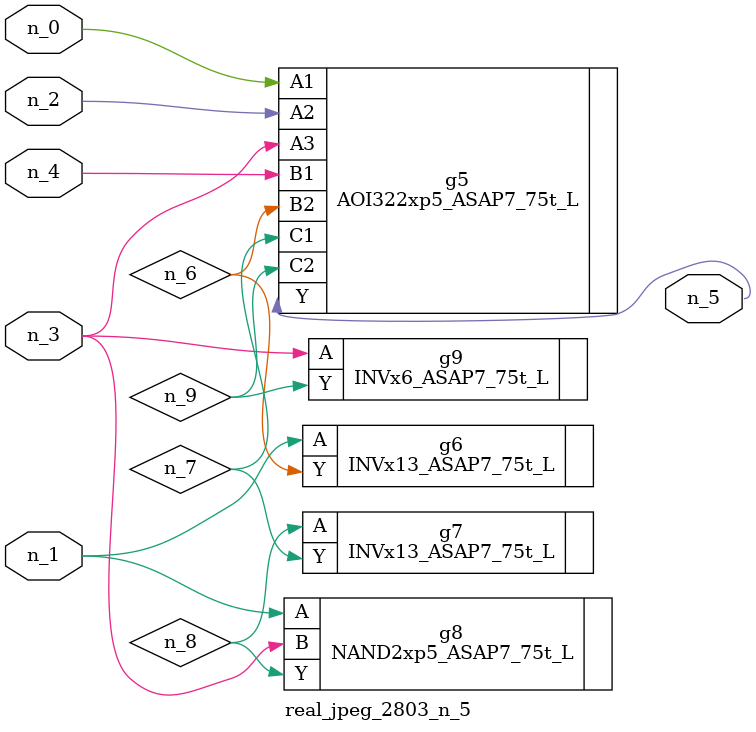
<source format=v>
module real_jpeg_2803_n_5 (n_4, n_0, n_1, n_2, n_3, n_5);

input n_4;
input n_0;
input n_1;
input n_2;
input n_3;

output n_5;

wire n_8;
wire n_6;
wire n_7;
wire n_9;

AOI322xp5_ASAP7_75t_L g5 ( 
.A1(n_0),
.A2(n_2),
.A3(n_3),
.B1(n_4),
.B2(n_6),
.C1(n_7),
.C2(n_9),
.Y(n_5)
);

INVx13_ASAP7_75t_L g6 ( 
.A(n_1),
.Y(n_6)
);

NAND2xp5_ASAP7_75t_L g8 ( 
.A(n_1),
.B(n_3),
.Y(n_8)
);

INVx6_ASAP7_75t_L g9 ( 
.A(n_3),
.Y(n_9)
);

INVx13_ASAP7_75t_L g7 ( 
.A(n_8),
.Y(n_7)
);


endmodule
</source>
